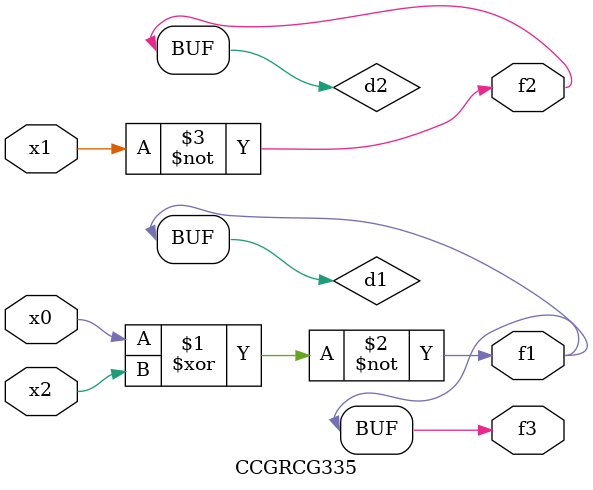
<source format=v>
module CCGRCG335(
	input x0, x1, x2,
	output f1, f2, f3
);

	wire d1, d2, d3;

	xnor (d1, x0, x2);
	nand (d2, x1);
	nor (d3, x1, x2);
	assign f1 = d1;
	assign f2 = d2;
	assign f3 = d1;
endmodule

</source>
